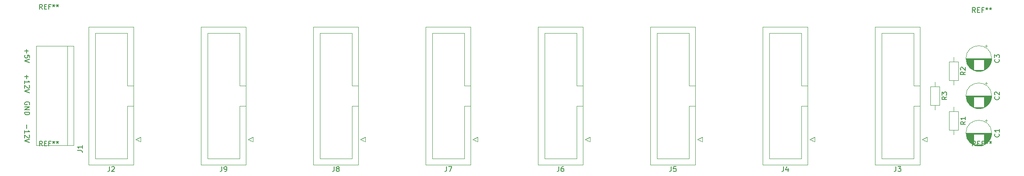
<source format=gbr>
%TF.GenerationSoftware,KiCad,Pcbnew,(5.1.10)-1*%
%TF.CreationDate,2021-11-14T10:27:28-05:00*%
%TF.ProjectId,Distribution Board,44697374-7269-4627-9574-696f6e20426f,rev?*%
%TF.SameCoordinates,Original*%
%TF.FileFunction,Legend,Top*%
%TF.FilePolarity,Positive*%
%FSLAX46Y46*%
G04 Gerber Fmt 4.6, Leading zero omitted, Abs format (unit mm)*
G04 Created by KiCad (PCBNEW (5.1.10)-1) date 2021-11-14 10:27:28*
%MOMM*%
%LPD*%
G01*
G04 APERTURE LIST*
%ADD10C,0.150000*%
%ADD11C,0.120000*%
G04 APERTURE END LIST*
D10*
X51363571Y-73168095D02*
X51363571Y-73930000D01*
X50982619Y-74930000D02*
X50982619Y-74358571D01*
X50982619Y-74644285D02*
X51982619Y-74644285D01*
X51839761Y-74549047D01*
X51744523Y-74453809D01*
X51696904Y-74358571D01*
X51887380Y-75310952D02*
X51935000Y-75358571D01*
X51982619Y-75453809D01*
X51982619Y-75691904D01*
X51935000Y-75787142D01*
X51887380Y-75834761D01*
X51792142Y-75882380D01*
X51696904Y-75882380D01*
X51554047Y-75834761D01*
X50982619Y-75263333D01*
X50982619Y-75882380D01*
X51982619Y-76168095D02*
X50982619Y-76501428D01*
X51982619Y-76834761D01*
X51935000Y-69088095D02*
X51982619Y-68992857D01*
X51982619Y-68850000D01*
X51935000Y-68707142D01*
X51839761Y-68611904D01*
X51744523Y-68564285D01*
X51554047Y-68516666D01*
X51411190Y-68516666D01*
X51220714Y-68564285D01*
X51125476Y-68611904D01*
X51030238Y-68707142D01*
X50982619Y-68850000D01*
X50982619Y-68945238D01*
X51030238Y-69088095D01*
X51077857Y-69135714D01*
X51411190Y-69135714D01*
X51411190Y-68945238D01*
X50982619Y-69564285D02*
X51982619Y-69564285D01*
X50982619Y-70135714D01*
X51982619Y-70135714D01*
X50982619Y-70611904D02*
X51982619Y-70611904D01*
X51982619Y-70850000D01*
X51935000Y-70992857D01*
X51839761Y-71088095D01*
X51744523Y-71135714D01*
X51554047Y-71183333D01*
X51411190Y-71183333D01*
X51220714Y-71135714D01*
X51125476Y-71088095D01*
X51030238Y-70992857D01*
X50982619Y-70850000D01*
X50982619Y-70611904D01*
X51363571Y-63008095D02*
X51363571Y-63770000D01*
X50982619Y-63389047D02*
X51744523Y-63389047D01*
X50982619Y-64770000D02*
X50982619Y-64198571D01*
X50982619Y-64484285D02*
X51982619Y-64484285D01*
X51839761Y-64389047D01*
X51744523Y-64293809D01*
X51696904Y-64198571D01*
X51887380Y-65150952D02*
X51935000Y-65198571D01*
X51982619Y-65293809D01*
X51982619Y-65531904D01*
X51935000Y-65627142D01*
X51887380Y-65674761D01*
X51792142Y-65722380D01*
X51696904Y-65722380D01*
X51554047Y-65674761D01*
X50982619Y-65103333D01*
X50982619Y-65722380D01*
X51982619Y-66008095D02*
X50982619Y-66341428D01*
X51982619Y-66674761D01*
X51363571Y-57769285D02*
X51363571Y-58531190D01*
X50982619Y-58150238D02*
X51744523Y-58150238D01*
X51982619Y-59483571D02*
X51982619Y-59007380D01*
X51506428Y-58959761D01*
X51554047Y-59007380D01*
X51601666Y-59102619D01*
X51601666Y-59340714D01*
X51554047Y-59435952D01*
X51506428Y-59483571D01*
X51411190Y-59531190D01*
X51173095Y-59531190D01*
X51077857Y-59483571D01*
X51030238Y-59435952D01*
X50982619Y-59340714D01*
X50982619Y-59102619D01*
X51030238Y-59007380D01*
X51077857Y-58959761D01*
X51982619Y-59816904D02*
X50982619Y-60150238D01*
X51982619Y-60483571D01*
D11*
%TO.C,C1*%
X246835000Y-72355225D02*
X246335000Y-72355225D01*
X246585000Y-72105225D02*
X246585000Y-72605225D01*
X245394000Y-77511000D02*
X244826000Y-77511000D01*
X245628000Y-77471000D02*
X244592000Y-77471000D01*
X245787000Y-77431000D02*
X244433000Y-77431000D01*
X245915000Y-77391000D02*
X244305000Y-77391000D01*
X246025000Y-77351000D02*
X244195000Y-77351000D01*
X246121000Y-77311000D02*
X244099000Y-77311000D01*
X246208000Y-77271000D02*
X244012000Y-77271000D01*
X246288000Y-77231000D02*
X243932000Y-77231000D01*
X244070000Y-77191000D02*
X243859000Y-77191000D01*
X246361000Y-77191000D02*
X246150000Y-77191000D01*
X244070000Y-77151000D02*
X243791000Y-77151000D01*
X246429000Y-77151000D02*
X246150000Y-77151000D01*
X244070000Y-77111000D02*
X243727000Y-77111000D01*
X246493000Y-77111000D02*
X246150000Y-77111000D01*
X244070000Y-77071000D02*
X243667000Y-77071000D01*
X246553000Y-77071000D02*
X246150000Y-77071000D01*
X244070000Y-77031000D02*
X243610000Y-77031000D01*
X246610000Y-77031000D02*
X246150000Y-77031000D01*
X244070000Y-76991000D02*
X243556000Y-76991000D01*
X246664000Y-76991000D02*
X246150000Y-76991000D01*
X244070000Y-76951000D02*
X243505000Y-76951000D01*
X246715000Y-76951000D02*
X246150000Y-76951000D01*
X244070000Y-76911000D02*
X243457000Y-76911000D01*
X246763000Y-76911000D02*
X246150000Y-76911000D01*
X244070000Y-76871000D02*
X243411000Y-76871000D01*
X246809000Y-76871000D02*
X246150000Y-76871000D01*
X244070000Y-76831000D02*
X243367000Y-76831000D01*
X246853000Y-76831000D02*
X246150000Y-76831000D01*
X244070000Y-76791000D02*
X243325000Y-76791000D01*
X246895000Y-76791000D02*
X246150000Y-76791000D01*
X244070000Y-76751000D02*
X243284000Y-76751000D01*
X246936000Y-76751000D02*
X246150000Y-76751000D01*
X244070000Y-76711000D02*
X243246000Y-76711000D01*
X246974000Y-76711000D02*
X246150000Y-76711000D01*
X244070000Y-76671000D02*
X243209000Y-76671000D01*
X247011000Y-76671000D02*
X246150000Y-76671000D01*
X244070000Y-76631000D02*
X243173000Y-76631000D01*
X247047000Y-76631000D02*
X246150000Y-76631000D01*
X244070000Y-76591000D02*
X243139000Y-76591000D01*
X247081000Y-76591000D02*
X246150000Y-76591000D01*
X244070000Y-76551000D02*
X243106000Y-76551000D01*
X247114000Y-76551000D02*
X246150000Y-76551000D01*
X244070000Y-76511000D02*
X243075000Y-76511000D01*
X247145000Y-76511000D02*
X246150000Y-76511000D01*
X244070000Y-76471000D02*
X243045000Y-76471000D01*
X247175000Y-76471000D02*
X246150000Y-76471000D01*
X244070000Y-76431000D02*
X243015000Y-76431000D01*
X247205000Y-76431000D02*
X246150000Y-76431000D01*
X244070000Y-76391000D02*
X242988000Y-76391000D01*
X247232000Y-76391000D02*
X246150000Y-76391000D01*
X244070000Y-76351000D02*
X242961000Y-76351000D01*
X247259000Y-76351000D02*
X246150000Y-76351000D01*
X244070000Y-76311000D02*
X242935000Y-76311000D01*
X247285000Y-76311000D02*
X246150000Y-76311000D01*
X244070000Y-76271000D02*
X242910000Y-76271000D01*
X247310000Y-76271000D02*
X246150000Y-76271000D01*
X244070000Y-76231000D02*
X242886000Y-76231000D01*
X247334000Y-76231000D02*
X246150000Y-76231000D01*
X244070000Y-76191000D02*
X242863000Y-76191000D01*
X247357000Y-76191000D02*
X246150000Y-76191000D01*
X244070000Y-76151000D02*
X242842000Y-76151000D01*
X247378000Y-76151000D02*
X246150000Y-76151000D01*
X244070000Y-76111000D02*
X242820000Y-76111000D01*
X247400000Y-76111000D02*
X246150000Y-76111000D01*
X244070000Y-76071000D02*
X242800000Y-76071000D01*
X247420000Y-76071000D02*
X246150000Y-76071000D01*
X244070000Y-76031000D02*
X242781000Y-76031000D01*
X247439000Y-76031000D02*
X246150000Y-76031000D01*
X244070000Y-75991000D02*
X242762000Y-75991000D01*
X247458000Y-75991000D02*
X246150000Y-75991000D01*
X244070000Y-75951000D02*
X242745000Y-75951000D01*
X247475000Y-75951000D02*
X246150000Y-75951000D01*
X244070000Y-75911000D02*
X242728000Y-75911000D01*
X247492000Y-75911000D02*
X246150000Y-75911000D01*
X244070000Y-75871000D02*
X242712000Y-75871000D01*
X247508000Y-75871000D02*
X246150000Y-75871000D01*
X244070000Y-75831000D02*
X242696000Y-75831000D01*
X247524000Y-75831000D02*
X246150000Y-75831000D01*
X244070000Y-75791000D02*
X242682000Y-75791000D01*
X247538000Y-75791000D02*
X246150000Y-75791000D01*
X244070000Y-75751000D02*
X242668000Y-75751000D01*
X247552000Y-75751000D02*
X246150000Y-75751000D01*
X244070000Y-75711000D02*
X242655000Y-75711000D01*
X247565000Y-75711000D02*
X246150000Y-75711000D01*
X244070000Y-75671000D02*
X242642000Y-75671000D01*
X247578000Y-75671000D02*
X246150000Y-75671000D01*
X244070000Y-75631000D02*
X242630000Y-75631000D01*
X247590000Y-75631000D02*
X246150000Y-75631000D01*
X244070000Y-75590000D02*
X242619000Y-75590000D01*
X247601000Y-75590000D02*
X246150000Y-75590000D01*
X244070000Y-75550000D02*
X242609000Y-75550000D01*
X247611000Y-75550000D02*
X246150000Y-75550000D01*
X244070000Y-75510000D02*
X242599000Y-75510000D01*
X247621000Y-75510000D02*
X246150000Y-75510000D01*
X244070000Y-75470000D02*
X242590000Y-75470000D01*
X247630000Y-75470000D02*
X246150000Y-75470000D01*
X244070000Y-75430000D02*
X242582000Y-75430000D01*
X247638000Y-75430000D02*
X246150000Y-75430000D01*
X244070000Y-75390000D02*
X242574000Y-75390000D01*
X247646000Y-75390000D02*
X246150000Y-75390000D01*
X244070000Y-75350000D02*
X242567000Y-75350000D01*
X247653000Y-75350000D02*
X246150000Y-75350000D01*
X244070000Y-75310000D02*
X242560000Y-75310000D01*
X247660000Y-75310000D02*
X246150000Y-75310000D01*
X244070000Y-75270000D02*
X242554000Y-75270000D01*
X247666000Y-75270000D02*
X246150000Y-75270000D01*
X244070000Y-75230000D02*
X242549000Y-75230000D01*
X247671000Y-75230000D02*
X246150000Y-75230000D01*
X244070000Y-75190000D02*
X242545000Y-75190000D01*
X247675000Y-75190000D02*
X246150000Y-75190000D01*
X244070000Y-75150000D02*
X242541000Y-75150000D01*
X247679000Y-75150000D02*
X246150000Y-75150000D01*
X247683000Y-75110000D02*
X242537000Y-75110000D01*
X247686000Y-75070000D02*
X242534000Y-75070000D01*
X247688000Y-75030000D02*
X242532000Y-75030000D01*
X247689000Y-74990000D02*
X242531000Y-74990000D01*
X247690000Y-74950000D02*
X242530000Y-74950000D01*
X247690000Y-74910000D02*
X242530000Y-74910000D01*
X247730000Y-74910000D02*
G75*
G03*
X247730000Y-74910000I-2620000J0D01*
G01*
%TO.C,C2*%
X246835000Y-64735225D02*
X246335000Y-64735225D01*
X246585000Y-64485225D02*
X246585000Y-64985225D01*
X245394000Y-69891000D02*
X244826000Y-69891000D01*
X245628000Y-69851000D02*
X244592000Y-69851000D01*
X245787000Y-69811000D02*
X244433000Y-69811000D01*
X245915000Y-69771000D02*
X244305000Y-69771000D01*
X246025000Y-69731000D02*
X244195000Y-69731000D01*
X246121000Y-69691000D02*
X244099000Y-69691000D01*
X246208000Y-69651000D02*
X244012000Y-69651000D01*
X246288000Y-69611000D02*
X243932000Y-69611000D01*
X244070000Y-69571000D02*
X243859000Y-69571000D01*
X246361000Y-69571000D02*
X246150000Y-69571000D01*
X244070000Y-69531000D02*
X243791000Y-69531000D01*
X246429000Y-69531000D02*
X246150000Y-69531000D01*
X244070000Y-69491000D02*
X243727000Y-69491000D01*
X246493000Y-69491000D02*
X246150000Y-69491000D01*
X244070000Y-69451000D02*
X243667000Y-69451000D01*
X246553000Y-69451000D02*
X246150000Y-69451000D01*
X244070000Y-69411000D02*
X243610000Y-69411000D01*
X246610000Y-69411000D02*
X246150000Y-69411000D01*
X244070000Y-69371000D02*
X243556000Y-69371000D01*
X246664000Y-69371000D02*
X246150000Y-69371000D01*
X244070000Y-69331000D02*
X243505000Y-69331000D01*
X246715000Y-69331000D02*
X246150000Y-69331000D01*
X244070000Y-69291000D02*
X243457000Y-69291000D01*
X246763000Y-69291000D02*
X246150000Y-69291000D01*
X244070000Y-69251000D02*
X243411000Y-69251000D01*
X246809000Y-69251000D02*
X246150000Y-69251000D01*
X244070000Y-69211000D02*
X243367000Y-69211000D01*
X246853000Y-69211000D02*
X246150000Y-69211000D01*
X244070000Y-69171000D02*
X243325000Y-69171000D01*
X246895000Y-69171000D02*
X246150000Y-69171000D01*
X244070000Y-69131000D02*
X243284000Y-69131000D01*
X246936000Y-69131000D02*
X246150000Y-69131000D01*
X244070000Y-69091000D02*
X243246000Y-69091000D01*
X246974000Y-69091000D02*
X246150000Y-69091000D01*
X244070000Y-69051000D02*
X243209000Y-69051000D01*
X247011000Y-69051000D02*
X246150000Y-69051000D01*
X244070000Y-69011000D02*
X243173000Y-69011000D01*
X247047000Y-69011000D02*
X246150000Y-69011000D01*
X244070000Y-68971000D02*
X243139000Y-68971000D01*
X247081000Y-68971000D02*
X246150000Y-68971000D01*
X244070000Y-68931000D02*
X243106000Y-68931000D01*
X247114000Y-68931000D02*
X246150000Y-68931000D01*
X244070000Y-68891000D02*
X243075000Y-68891000D01*
X247145000Y-68891000D02*
X246150000Y-68891000D01*
X244070000Y-68851000D02*
X243045000Y-68851000D01*
X247175000Y-68851000D02*
X246150000Y-68851000D01*
X244070000Y-68811000D02*
X243015000Y-68811000D01*
X247205000Y-68811000D02*
X246150000Y-68811000D01*
X244070000Y-68771000D02*
X242988000Y-68771000D01*
X247232000Y-68771000D02*
X246150000Y-68771000D01*
X244070000Y-68731000D02*
X242961000Y-68731000D01*
X247259000Y-68731000D02*
X246150000Y-68731000D01*
X244070000Y-68691000D02*
X242935000Y-68691000D01*
X247285000Y-68691000D02*
X246150000Y-68691000D01*
X244070000Y-68651000D02*
X242910000Y-68651000D01*
X247310000Y-68651000D02*
X246150000Y-68651000D01*
X244070000Y-68611000D02*
X242886000Y-68611000D01*
X247334000Y-68611000D02*
X246150000Y-68611000D01*
X244070000Y-68571000D02*
X242863000Y-68571000D01*
X247357000Y-68571000D02*
X246150000Y-68571000D01*
X244070000Y-68531000D02*
X242842000Y-68531000D01*
X247378000Y-68531000D02*
X246150000Y-68531000D01*
X244070000Y-68491000D02*
X242820000Y-68491000D01*
X247400000Y-68491000D02*
X246150000Y-68491000D01*
X244070000Y-68451000D02*
X242800000Y-68451000D01*
X247420000Y-68451000D02*
X246150000Y-68451000D01*
X244070000Y-68411000D02*
X242781000Y-68411000D01*
X247439000Y-68411000D02*
X246150000Y-68411000D01*
X244070000Y-68371000D02*
X242762000Y-68371000D01*
X247458000Y-68371000D02*
X246150000Y-68371000D01*
X244070000Y-68331000D02*
X242745000Y-68331000D01*
X247475000Y-68331000D02*
X246150000Y-68331000D01*
X244070000Y-68291000D02*
X242728000Y-68291000D01*
X247492000Y-68291000D02*
X246150000Y-68291000D01*
X244070000Y-68251000D02*
X242712000Y-68251000D01*
X247508000Y-68251000D02*
X246150000Y-68251000D01*
X244070000Y-68211000D02*
X242696000Y-68211000D01*
X247524000Y-68211000D02*
X246150000Y-68211000D01*
X244070000Y-68171000D02*
X242682000Y-68171000D01*
X247538000Y-68171000D02*
X246150000Y-68171000D01*
X244070000Y-68131000D02*
X242668000Y-68131000D01*
X247552000Y-68131000D02*
X246150000Y-68131000D01*
X244070000Y-68091000D02*
X242655000Y-68091000D01*
X247565000Y-68091000D02*
X246150000Y-68091000D01*
X244070000Y-68051000D02*
X242642000Y-68051000D01*
X247578000Y-68051000D02*
X246150000Y-68051000D01*
X244070000Y-68011000D02*
X242630000Y-68011000D01*
X247590000Y-68011000D02*
X246150000Y-68011000D01*
X244070000Y-67970000D02*
X242619000Y-67970000D01*
X247601000Y-67970000D02*
X246150000Y-67970000D01*
X244070000Y-67930000D02*
X242609000Y-67930000D01*
X247611000Y-67930000D02*
X246150000Y-67930000D01*
X244070000Y-67890000D02*
X242599000Y-67890000D01*
X247621000Y-67890000D02*
X246150000Y-67890000D01*
X244070000Y-67850000D02*
X242590000Y-67850000D01*
X247630000Y-67850000D02*
X246150000Y-67850000D01*
X244070000Y-67810000D02*
X242582000Y-67810000D01*
X247638000Y-67810000D02*
X246150000Y-67810000D01*
X244070000Y-67770000D02*
X242574000Y-67770000D01*
X247646000Y-67770000D02*
X246150000Y-67770000D01*
X244070000Y-67730000D02*
X242567000Y-67730000D01*
X247653000Y-67730000D02*
X246150000Y-67730000D01*
X244070000Y-67690000D02*
X242560000Y-67690000D01*
X247660000Y-67690000D02*
X246150000Y-67690000D01*
X244070000Y-67650000D02*
X242554000Y-67650000D01*
X247666000Y-67650000D02*
X246150000Y-67650000D01*
X244070000Y-67610000D02*
X242549000Y-67610000D01*
X247671000Y-67610000D02*
X246150000Y-67610000D01*
X244070000Y-67570000D02*
X242545000Y-67570000D01*
X247675000Y-67570000D02*
X246150000Y-67570000D01*
X244070000Y-67530000D02*
X242541000Y-67530000D01*
X247679000Y-67530000D02*
X246150000Y-67530000D01*
X247683000Y-67490000D02*
X242537000Y-67490000D01*
X247686000Y-67450000D02*
X242534000Y-67450000D01*
X247688000Y-67410000D02*
X242532000Y-67410000D01*
X247689000Y-67370000D02*
X242531000Y-67370000D01*
X247690000Y-67330000D02*
X242530000Y-67330000D01*
X247690000Y-67290000D02*
X242530000Y-67290000D01*
X247730000Y-67290000D02*
G75*
G03*
X247730000Y-67290000I-2620000J0D01*
G01*
%TO.C,C3*%
X247730000Y-59670000D02*
G75*
G03*
X247730000Y-59670000I-2620000J0D01*
G01*
X247690000Y-59670000D02*
X242530000Y-59670000D01*
X247690000Y-59710000D02*
X242530000Y-59710000D01*
X247689000Y-59750000D02*
X242531000Y-59750000D01*
X247688000Y-59790000D02*
X242532000Y-59790000D01*
X247686000Y-59830000D02*
X242534000Y-59830000D01*
X247683000Y-59870000D02*
X242537000Y-59870000D01*
X247679000Y-59910000D02*
X246150000Y-59910000D01*
X244070000Y-59910000D02*
X242541000Y-59910000D01*
X247675000Y-59950000D02*
X246150000Y-59950000D01*
X244070000Y-59950000D02*
X242545000Y-59950000D01*
X247671000Y-59990000D02*
X246150000Y-59990000D01*
X244070000Y-59990000D02*
X242549000Y-59990000D01*
X247666000Y-60030000D02*
X246150000Y-60030000D01*
X244070000Y-60030000D02*
X242554000Y-60030000D01*
X247660000Y-60070000D02*
X246150000Y-60070000D01*
X244070000Y-60070000D02*
X242560000Y-60070000D01*
X247653000Y-60110000D02*
X246150000Y-60110000D01*
X244070000Y-60110000D02*
X242567000Y-60110000D01*
X247646000Y-60150000D02*
X246150000Y-60150000D01*
X244070000Y-60150000D02*
X242574000Y-60150000D01*
X247638000Y-60190000D02*
X246150000Y-60190000D01*
X244070000Y-60190000D02*
X242582000Y-60190000D01*
X247630000Y-60230000D02*
X246150000Y-60230000D01*
X244070000Y-60230000D02*
X242590000Y-60230000D01*
X247621000Y-60270000D02*
X246150000Y-60270000D01*
X244070000Y-60270000D02*
X242599000Y-60270000D01*
X247611000Y-60310000D02*
X246150000Y-60310000D01*
X244070000Y-60310000D02*
X242609000Y-60310000D01*
X247601000Y-60350000D02*
X246150000Y-60350000D01*
X244070000Y-60350000D02*
X242619000Y-60350000D01*
X247590000Y-60391000D02*
X246150000Y-60391000D01*
X244070000Y-60391000D02*
X242630000Y-60391000D01*
X247578000Y-60431000D02*
X246150000Y-60431000D01*
X244070000Y-60431000D02*
X242642000Y-60431000D01*
X247565000Y-60471000D02*
X246150000Y-60471000D01*
X244070000Y-60471000D02*
X242655000Y-60471000D01*
X247552000Y-60511000D02*
X246150000Y-60511000D01*
X244070000Y-60511000D02*
X242668000Y-60511000D01*
X247538000Y-60551000D02*
X246150000Y-60551000D01*
X244070000Y-60551000D02*
X242682000Y-60551000D01*
X247524000Y-60591000D02*
X246150000Y-60591000D01*
X244070000Y-60591000D02*
X242696000Y-60591000D01*
X247508000Y-60631000D02*
X246150000Y-60631000D01*
X244070000Y-60631000D02*
X242712000Y-60631000D01*
X247492000Y-60671000D02*
X246150000Y-60671000D01*
X244070000Y-60671000D02*
X242728000Y-60671000D01*
X247475000Y-60711000D02*
X246150000Y-60711000D01*
X244070000Y-60711000D02*
X242745000Y-60711000D01*
X247458000Y-60751000D02*
X246150000Y-60751000D01*
X244070000Y-60751000D02*
X242762000Y-60751000D01*
X247439000Y-60791000D02*
X246150000Y-60791000D01*
X244070000Y-60791000D02*
X242781000Y-60791000D01*
X247420000Y-60831000D02*
X246150000Y-60831000D01*
X244070000Y-60831000D02*
X242800000Y-60831000D01*
X247400000Y-60871000D02*
X246150000Y-60871000D01*
X244070000Y-60871000D02*
X242820000Y-60871000D01*
X247378000Y-60911000D02*
X246150000Y-60911000D01*
X244070000Y-60911000D02*
X242842000Y-60911000D01*
X247357000Y-60951000D02*
X246150000Y-60951000D01*
X244070000Y-60951000D02*
X242863000Y-60951000D01*
X247334000Y-60991000D02*
X246150000Y-60991000D01*
X244070000Y-60991000D02*
X242886000Y-60991000D01*
X247310000Y-61031000D02*
X246150000Y-61031000D01*
X244070000Y-61031000D02*
X242910000Y-61031000D01*
X247285000Y-61071000D02*
X246150000Y-61071000D01*
X244070000Y-61071000D02*
X242935000Y-61071000D01*
X247259000Y-61111000D02*
X246150000Y-61111000D01*
X244070000Y-61111000D02*
X242961000Y-61111000D01*
X247232000Y-61151000D02*
X246150000Y-61151000D01*
X244070000Y-61151000D02*
X242988000Y-61151000D01*
X247205000Y-61191000D02*
X246150000Y-61191000D01*
X244070000Y-61191000D02*
X243015000Y-61191000D01*
X247175000Y-61231000D02*
X246150000Y-61231000D01*
X244070000Y-61231000D02*
X243045000Y-61231000D01*
X247145000Y-61271000D02*
X246150000Y-61271000D01*
X244070000Y-61271000D02*
X243075000Y-61271000D01*
X247114000Y-61311000D02*
X246150000Y-61311000D01*
X244070000Y-61311000D02*
X243106000Y-61311000D01*
X247081000Y-61351000D02*
X246150000Y-61351000D01*
X244070000Y-61351000D02*
X243139000Y-61351000D01*
X247047000Y-61391000D02*
X246150000Y-61391000D01*
X244070000Y-61391000D02*
X243173000Y-61391000D01*
X247011000Y-61431000D02*
X246150000Y-61431000D01*
X244070000Y-61431000D02*
X243209000Y-61431000D01*
X246974000Y-61471000D02*
X246150000Y-61471000D01*
X244070000Y-61471000D02*
X243246000Y-61471000D01*
X246936000Y-61511000D02*
X246150000Y-61511000D01*
X244070000Y-61511000D02*
X243284000Y-61511000D01*
X246895000Y-61551000D02*
X246150000Y-61551000D01*
X244070000Y-61551000D02*
X243325000Y-61551000D01*
X246853000Y-61591000D02*
X246150000Y-61591000D01*
X244070000Y-61591000D02*
X243367000Y-61591000D01*
X246809000Y-61631000D02*
X246150000Y-61631000D01*
X244070000Y-61631000D02*
X243411000Y-61631000D01*
X246763000Y-61671000D02*
X246150000Y-61671000D01*
X244070000Y-61671000D02*
X243457000Y-61671000D01*
X246715000Y-61711000D02*
X246150000Y-61711000D01*
X244070000Y-61711000D02*
X243505000Y-61711000D01*
X246664000Y-61751000D02*
X246150000Y-61751000D01*
X244070000Y-61751000D02*
X243556000Y-61751000D01*
X246610000Y-61791000D02*
X246150000Y-61791000D01*
X244070000Y-61791000D02*
X243610000Y-61791000D01*
X246553000Y-61831000D02*
X246150000Y-61831000D01*
X244070000Y-61831000D02*
X243667000Y-61831000D01*
X246493000Y-61871000D02*
X246150000Y-61871000D01*
X244070000Y-61871000D02*
X243727000Y-61871000D01*
X246429000Y-61911000D02*
X246150000Y-61911000D01*
X244070000Y-61911000D02*
X243791000Y-61911000D01*
X246361000Y-61951000D02*
X246150000Y-61951000D01*
X244070000Y-61951000D02*
X243859000Y-61951000D01*
X246288000Y-61991000D02*
X243932000Y-61991000D01*
X246208000Y-62031000D02*
X244012000Y-62031000D01*
X246121000Y-62071000D02*
X244099000Y-62071000D01*
X246025000Y-62111000D02*
X244195000Y-62111000D01*
X245915000Y-62151000D02*
X244305000Y-62151000D01*
X245787000Y-62191000D02*
X244433000Y-62191000D01*
X245628000Y-62231000D02*
X244592000Y-62231000D01*
X245394000Y-62271000D02*
X244826000Y-62271000D01*
X246585000Y-56865225D02*
X246585000Y-57365225D01*
X246835000Y-57115225D02*
X246335000Y-57115225D01*
%TO.C,J1*%
X60960000Y-77429360D02*
X60960000Y-57109360D01*
X53340000Y-77429360D02*
X53340000Y-57109360D01*
X59690000Y-57109360D02*
X59690000Y-77429360D01*
X60960000Y-57109360D02*
X53340000Y-57109360D01*
X53340000Y-77429360D02*
X60960000Y-77429360D01*
%TO.C,J2*%
X74530000Y-75700000D02*
X73530000Y-76200000D01*
X74530000Y-76700000D02*
X74530000Y-75700000D01*
X73530000Y-76200000D02*
X74530000Y-76700000D01*
X71830000Y-65260000D02*
X73140000Y-65260000D01*
X71830000Y-65260000D02*
X71830000Y-65260000D01*
X71830000Y-54510000D02*
X71830000Y-65260000D01*
X65330000Y-54510000D02*
X71830000Y-54510000D01*
X65330000Y-80110000D02*
X65330000Y-54510000D01*
X71830000Y-80110000D02*
X65330000Y-80110000D01*
X71830000Y-69360000D02*
X71830000Y-80110000D01*
X73140000Y-69360000D02*
X71830000Y-69360000D01*
X73140000Y-53210000D02*
X73140000Y-81410000D01*
X64020000Y-53210000D02*
X73140000Y-53210000D01*
X64020000Y-81410000D02*
X64020000Y-53210000D01*
X73140000Y-81410000D02*
X64020000Y-81410000D01*
%TO.C,J3*%
X233160000Y-81410000D02*
X224040000Y-81410000D01*
X224040000Y-81410000D02*
X224040000Y-53210000D01*
X224040000Y-53210000D02*
X233160000Y-53210000D01*
X233160000Y-53210000D02*
X233160000Y-81410000D01*
X233160000Y-69360000D02*
X231850000Y-69360000D01*
X231850000Y-69360000D02*
X231850000Y-80110000D01*
X231850000Y-80110000D02*
X225350000Y-80110000D01*
X225350000Y-80110000D02*
X225350000Y-54510000D01*
X225350000Y-54510000D02*
X231850000Y-54510000D01*
X231850000Y-54510000D02*
X231850000Y-65260000D01*
X231850000Y-65260000D02*
X231850000Y-65260000D01*
X231850000Y-65260000D02*
X233160000Y-65260000D01*
X233550000Y-76200000D02*
X234550000Y-76700000D01*
X234550000Y-76700000D02*
X234550000Y-75700000D01*
X234550000Y-75700000D02*
X233550000Y-76200000D01*
%TO.C,J4*%
X211690000Y-75700000D02*
X210690000Y-76200000D01*
X211690000Y-76700000D02*
X211690000Y-75700000D01*
X210690000Y-76200000D02*
X211690000Y-76700000D01*
X208990000Y-65260000D02*
X210300000Y-65260000D01*
X208990000Y-65260000D02*
X208990000Y-65260000D01*
X208990000Y-54510000D02*
X208990000Y-65260000D01*
X202490000Y-54510000D02*
X208990000Y-54510000D01*
X202490000Y-80110000D02*
X202490000Y-54510000D01*
X208990000Y-80110000D02*
X202490000Y-80110000D01*
X208990000Y-69360000D02*
X208990000Y-80110000D01*
X210300000Y-69360000D02*
X208990000Y-69360000D01*
X210300000Y-53210000D02*
X210300000Y-81410000D01*
X201180000Y-53210000D02*
X210300000Y-53210000D01*
X201180000Y-81410000D02*
X201180000Y-53210000D01*
X210300000Y-81410000D02*
X201180000Y-81410000D01*
%TO.C,J5*%
X187440000Y-81410000D02*
X178320000Y-81410000D01*
X178320000Y-81410000D02*
X178320000Y-53210000D01*
X178320000Y-53210000D02*
X187440000Y-53210000D01*
X187440000Y-53210000D02*
X187440000Y-81410000D01*
X187440000Y-69360000D02*
X186130000Y-69360000D01*
X186130000Y-69360000D02*
X186130000Y-80110000D01*
X186130000Y-80110000D02*
X179630000Y-80110000D01*
X179630000Y-80110000D02*
X179630000Y-54510000D01*
X179630000Y-54510000D02*
X186130000Y-54510000D01*
X186130000Y-54510000D02*
X186130000Y-65260000D01*
X186130000Y-65260000D02*
X186130000Y-65260000D01*
X186130000Y-65260000D02*
X187440000Y-65260000D01*
X187830000Y-76200000D02*
X188830000Y-76700000D01*
X188830000Y-76700000D02*
X188830000Y-75700000D01*
X188830000Y-75700000D02*
X187830000Y-76200000D01*
%TO.C,J6*%
X165970000Y-75700000D02*
X164970000Y-76200000D01*
X165970000Y-76700000D02*
X165970000Y-75700000D01*
X164970000Y-76200000D02*
X165970000Y-76700000D01*
X163270000Y-65260000D02*
X164580000Y-65260000D01*
X163270000Y-65260000D02*
X163270000Y-65260000D01*
X163270000Y-54510000D02*
X163270000Y-65260000D01*
X156770000Y-54510000D02*
X163270000Y-54510000D01*
X156770000Y-80110000D02*
X156770000Y-54510000D01*
X163270000Y-80110000D02*
X156770000Y-80110000D01*
X163270000Y-69360000D02*
X163270000Y-80110000D01*
X164580000Y-69360000D02*
X163270000Y-69360000D01*
X164580000Y-53210000D02*
X164580000Y-81410000D01*
X155460000Y-53210000D02*
X164580000Y-53210000D01*
X155460000Y-81410000D02*
X155460000Y-53210000D01*
X164580000Y-81410000D02*
X155460000Y-81410000D01*
%TO.C,J7*%
X141720000Y-81410000D02*
X132600000Y-81410000D01*
X132600000Y-81410000D02*
X132600000Y-53210000D01*
X132600000Y-53210000D02*
X141720000Y-53210000D01*
X141720000Y-53210000D02*
X141720000Y-81410000D01*
X141720000Y-69360000D02*
X140410000Y-69360000D01*
X140410000Y-69360000D02*
X140410000Y-80110000D01*
X140410000Y-80110000D02*
X133910000Y-80110000D01*
X133910000Y-80110000D02*
X133910000Y-54510000D01*
X133910000Y-54510000D02*
X140410000Y-54510000D01*
X140410000Y-54510000D02*
X140410000Y-65260000D01*
X140410000Y-65260000D02*
X140410000Y-65260000D01*
X140410000Y-65260000D02*
X141720000Y-65260000D01*
X142110000Y-76200000D02*
X143110000Y-76700000D01*
X143110000Y-76700000D02*
X143110000Y-75700000D01*
X143110000Y-75700000D02*
X142110000Y-76200000D01*
%TO.C,J8*%
X120250000Y-75700000D02*
X119250000Y-76200000D01*
X120250000Y-76700000D02*
X120250000Y-75700000D01*
X119250000Y-76200000D02*
X120250000Y-76700000D01*
X117550000Y-65260000D02*
X118860000Y-65260000D01*
X117550000Y-65260000D02*
X117550000Y-65260000D01*
X117550000Y-54510000D02*
X117550000Y-65260000D01*
X111050000Y-54510000D02*
X117550000Y-54510000D01*
X111050000Y-80110000D02*
X111050000Y-54510000D01*
X117550000Y-80110000D02*
X111050000Y-80110000D01*
X117550000Y-69360000D02*
X117550000Y-80110000D01*
X118860000Y-69360000D02*
X117550000Y-69360000D01*
X118860000Y-53210000D02*
X118860000Y-81410000D01*
X109740000Y-53210000D02*
X118860000Y-53210000D01*
X109740000Y-81410000D02*
X109740000Y-53210000D01*
X118860000Y-81410000D02*
X109740000Y-81410000D01*
%TO.C,J9*%
X96000000Y-81410000D02*
X86880000Y-81410000D01*
X86880000Y-81410000D02*
X86880000Y-53210000D01*
X86880000Y-53210000D02*
X96000000Y-53210000D01*
X96000000Y-53210000D02*
X96000000Y-81410000D01*
X96000000Y-69360000D02*
X94690000Y-69360000D01*
X94690000Y-69360000D02*
X94690000Y-80110000D01*
X94690000Y-80110000D02*
X88190000Y-80110000D01*
X88190000Y-80110000D02*
X88190000Y-54510000D01*
X88190000Y-54510000D02*
X94690000Y-54510000D01*
X94690000Y-54510000D02*
X94690000Y-65260000D01*
X94690000Y-65260000D02*
X94690000Y-65260000D01*
X94690000Y-65260000D02*
X96000000Y-65260000D01*
X96390000Y-76200000D02*
X97390000Y-76700000D01*
X97390000Y-76700000D02*
X97390000Y-75700000D01*
X97390000Y-75700000D02*
X96390000Y-76200000D01*
%TO.C,R1*%
X240030000Y-75260000D02*
X240030000Y-74310000D01*
X240030000Y-69520000D02*
X240030000Y-70470000D01*
X240950000Y-74310000D02*
X240950000Y-70470000D01*
X239110000Y-74310000D02*
X240950000Y-74310000D01*
X239110000Y-70470000D02*
X239110000Y-74310000D01*
X240950000Y-70470000D02*
X239110000Y-70470000D01*
%TO.C,R2*%
X240030000Y-59360000D02*
X240030000Y-60310000D01*
X240030000Y-65100000D02*
X240030000Y-64150000D01*
X239110000Y-60310000D02*
X239110000Y-64150000D01*
X240950000Y-60310000D02*
X239110000Y-60310000D01*
X240950000Y-64150000D02*
X240950000Y-60310000D01*
X239110000Y-64150000D02*
X240950000Y-64150000D01*
%TO.C,R3*%
X237140000Y-65390000D02*
X235300000Y-65390000D01*
X235300000Y-65390000D02*
X235300000Y-69230000D01*
X235300000Y-69230000D02*
X237140000Y-69230000D01*
X237140000Y-69230000D02*
X237140000Y-65390000D01*
X236220000Y-64440000D02*
X236220000Y-65390000D01*
X236220000Y-70180000D02*
X236220000Y-69230000D01*
%TO.C,REF\u002A\u002A*%
D10*
X244411666Y-77532380D02*
X244078333Y-77056190D01*
X243840238Y-77532380D02*
X243840238Y-76532380D01*
X244221190Y-76532380D01*
X244316428Y-76580000D01*
X244364047Y-76627619D01*
X244411666Y-76722857D01*
X244411666Y-76865714D01*
X244364047Y-76960952D01*
X244316428Y-77008571D01*
X244221190Y-77056190D01*
X243840238Y-77056190D01*
X244840238Y-77008571D02*
X245173571Y-77008571D01*
X245316428Y-77532380D02*
X244840238Y-77532380D01*
X244840238Y-76532380D01*
X245316428Y-76532380D01*
X246078333Y-77008571D02*
X245745000Y-77008571D01*
X245745000Y-77532380D02*
X245745000Y-76532380D01*
X246221190Y-76532380D01*
X246745000Y-76532380D02*
X246745000Y-76770476D01*
X246506904Y-76675238D02*
X246745000Y-76770476D01*
X246983095Y-76675238D01*
X246602142Y-76960952D02*
X246745000Y-76770476D01*
X246887857Y-76960952D01*
X247506904Y-76532380D02*
X247506904Y-76770476D01*
X247268809Y-76675238D02*
X247506904Y-76770476D01*
X247745000Y-76675238D01*
X247364047Y-76960952D02*
X247506904Y-76770476D01*
X247649761Y-76960952D01*
X244411666Y-50227380D02*
X244078333Y-49751190D01*
X243840238Y-50227380D02*
X243840238Y-49227380D01*
X244221190Y-49227380D01*
X244316428Y-49275000D01*
X244364047Y-49322619D01*
X244411666Y-49417857D01*
X244411666Y-49560714D01*
X244364047Y-49655952D01*
X244316428Y-49703571D01*
X244221190Y-49751190D01*
X243840238Y-49751190D01*
X244840238Y-49703571D02*
X245173571Y-49703571D01*
X245316428Y-50227380D02*
X244840238Y-50227380D01*
X244840238Y-49227380D01*
X245316428Y-49227380D01*
X246078333Y-49703571D02*
X245745000Y-49703571D01*
X245745000Y-50227380D02*
X245745000Y-49227380D01*
X246221190Y-49227380D01*
X246745000Y-49227380D02*
X246745000Y-49465476D01*
X246506904Y-49370238D02*
X246745000Y-49465476D01*
X246983095Y-49370238D01*
X246602142Y-49655952D02*
X246745000Y-49465476D01*
X246887857Y-49655952D01*
X247506904Y-49227380D02*
X247506904Y-49465476D01*
X247268809Y-49370238D02*
X247506904Y-49465476D01*
X247745000Y-49370238D01*
X247364047Y-49655952D02*
X247506904Y-49465476D01*
X247649761Y-49655952D01*
X54546666Y-49592380D02*
X54213333Y-49116190D01*
X53975238Y-49592380D02*
X53975238Y-48592380D01*
X54356190Y-48592380D01*
X54451428Y-48640000D01*
X54499047Y-48687619D01*
X54546666Y-48782857D01*
X54546666Y-48925714D01*
X54499047Y-49020952D01*
X54451428Y-49068571D01*
X54356190Y-49116190D01*
X53975238Y-49116190D01*
X54975238Y-49068571D02*
X55308571Y-49068571D01*
X55451428Y-49592380D02*
X54975238Y-49592380D01*
X54975238Y-48592380D01*
X55451428Y-48592380D01*
X56213333Y-49068571D02*
X55880000Y-49068571D01*
X55880000Y-49592380D02*
X55880000Y-48592380D01*
X56356190Y-48592380D01*
X56880000Y-48592380D02*
X56880000Y-48830476D01*
X56641904Y-48735238D02*
X56880000Y-48830476D01*
X57118095Y-48735238D01*
X56737142Y-49020952D02*
X56880000Y-48830476D01*
X57022857Y-49020952D01*
X57641904Y-48592380D02*
X57641904Y-48830476D01*
X57403809Y-48735238D02*
X57641904Y-48830476D01*
X57880000Y-48735238D01*
X57499047Y-49020952D02*
X57641904Y-48830476D01*
X57784761Y-49020952D01*
X54546666Y-77532380D02*
X54213333Y-77056190D01*
X53975238Y-77532380D02*
X53975238Y-76532380D01*
X54356190Y-76532380D01*
X54451428Y-76580000D01*
X54499047Y-76627619D01*
X54546666Y-76722857D01*
X54546666Y-76865714D01*
X54499047Y-76960952D01*
X54451428Y-77008571D01*
X54356190Y-77056190D01*
X53975238Y-77056190D01*
X54975238Y-77008571D02*
X55308571Y-77008571D01*
X55451428Y-77532380D02*
X54975238Y-77532380D01*
X54975238Y-76532380D01*
X55451428Y-76532380D01*
X56213333Y-77008571D02*
X55880000Y-77008571D01*
X55880000Y-77532380D02*
X55880000Y-76532380D01*
X56356190Y-76532380D01*
X56880000Y-76532380D02*
X56880000Y-76770476D01*
X56641904Y-76675238D02*
X56880000Y-76770476D01*
X57118095Y-76675238D01*
X56737142Y-76960952D02*
X56880000Y-76770476D01*
X57022857Y-76960952D01*
X57641904Y-76532380D02*
X57641904Y-76770476D01*
X57403809Y-76675238D02*
X57641904Y-76770476D01*
X57880000Y-76675238D01*
X57499047Y-76960952D02*
X57641904Y-76770476D01*
X57784761Y-76960952D01*
%TO.C,C1*%
X249217142Y-75076666D02*
X249264761Y-75124285D01*
X249312380Y-75267142D01*
X249312380Y-75362380D01*
X249264761Y-75505238D01*
X249169523Y-75600476D01*
X249074285Y-75648095D01*
X248883809Y-75695714D01*
X248740952Y-75695714D01*
X248550476Y-75648095D01*
X248455238Y-75600476D01*
X248360000Y-75505238D01*
X248312380Y-75362380D01*
X248312380Y-75267142D01*
X248360000Y-75124285D01*
X248407619Y-75076666D01*
X249312380Y-74124285D02*
X249312380Y-74695714D01*
X249312380Y-74410000D02*
X248312380Y-74410000D01*
X248455238Y-74505238D01*
X248550476Y-74600476D01*
X248598095Y-74695714D01*
%TO.C,C2*%
X249217142Y-67456666D02*
X249264761Y-67504285D01*
X249312380Y-67647142D01*
X249312380Y-67742380D01*
X249264761Y-67885238D01*
X249169523Y-67980476D01*
X249074285Y-68028095D01*
X248883809Y-68075714D01*
X248740952Y-68075714D01*
X248550476Y-68028095D01*
X248455238Y-67980476D01*
X248360000Y-67885238D01*
X248312380Y-67742380D01*
X248312380Y-67647142D01*
X248360000Y-67504285D01*
X248407619Y-67456666D01*
X248407619Y-67075714D02*
X248360000Y-67028095D01*
X248312380Y-66932857D01*
X248312380Y-66694761D01*
X248360000Y-66599523D01*
X248407619Y-66551904D01*
X248502857Y-66504285D01*
X248598095Y-66504285D01*
X248740952Y-66551904D01*
X249312380Y-67123333D01*
X249312380Y-66504285D01*
%TO.C,C3*%
X249217142Y-59836666D02*
X249264761Y-59884285D01*
X249312380Y-60027142D01*
X249312380Y-60122380D01*
X249264761Y-60265238D01*
X249169523Y-60360476D01*
X249074285Y-60408095D01*
X248883809Y-60455714D01*
X248740952Y-60455714D01*
X248550476Y-60408095D01*
X248455238Y-60360476D01*
X248360000Y-60265238D01*
X248312380Y-60122380D01*
X248312380Y-60027142D01*
X248360000Y-59884285D01*
X248407619Y-59836666D01*
X248312380Y-59503333D02*
X248312380Y-58884285D01*
X248693333Y-59217619D01*
X248693333Y-59074761D01*
X248740952Y-58979523D01*
X248788571Y-58931904D01*
X248883809Y-58884285D01*
X249121904Y-58884285D01*
X249217142Y-58931904D01*
X249264761Y-58979523D01*
X249312380Y-59074761D01*
X249312380Y-59360476D01*
X249264761Y-59455714D01*
X249217142Y-59503333D01*
%TO.C,J1*%
X61682380Y-78438333D02*
X62396666Y-78438333D01*
X62539523Y-78485952D01*
X62634761Y-78581190D01*
X62682380Y-78724047D01*
X62682380Y-78819285D01*
X62682380Y-77438333D02*
X62682380Y-78009761D01*
X62682380Y-77724047D02*
X61682380Y-77724047D01*
X61825238Y-77819285D01*
X61920476Y-77914523D01*
X61968095Y-78009761D01*
%TO.C,J2*%
X68246666Y-81752380D02*
X68246666Y-82466666D01*
X68199047Y-82609523D01*
X68103809Y-82704761D01*
X67960952Y-82752380D01*
X67865714Y-82752380D01*
X68675238Y-81847619D02*
X68722857Y-81800000D01*
X68818095Y-81752380D01*
X69056190Y-81752380D01*
X69151428Y-81800000D01*
X69199047Y-81847619D01*
X69246666Y-81942857D01*
X69246666Y-82038095D01*
X69199047Y-82180952D01*
X68627619Y-82752380D01*
X69246666Y-82752380D01*
%TO.C,J3*%
X228266666Y-81752380D02*
X228266666Y-82466666D01*
X228219047Y-82609523D01*
X228123809Y-82704761D01*
X227980952Y-82752380D01*
X227885714Y-82752380D01*
X228647619Y-81752380D02*
X229266666Y-81752380D01*
X228933333Y-82133333D01*
X229076190Y-82133333D01*
X229171428Y-82180952D01*
X229219047Y-82228571D01*
X229266666Y-82323809D01*
X229266666Y-82561904D01*
X229219047Y-82657142D01*
X229171428Y-82704761D01*
X229076190Y-82752380D01*
X228790476Y-82752380D01*
X228695238Y-82704761D01*
X228647619Y-82657142D01*
%TO.C,J4*%
X205406666Y-81752380D02*
X205406666Y-82466666D01*
X205359047Y-82609523D01*
X205263809Y-82704761D01*
X205120952Y-82752380D01*
X205025714Y-82752380D01*
X206311428Y-82085714D02*
X206311428Y-82752380D01*
X206073333Y-81704761D02*
X205835238Y-82419047D01*
X206454285Y-82419047D01*
%TO.C,J5*%
X182546666Y-81752380D02*
X182546666Y-82466666D01*
X182499047Y-82609523D01*
X182403809Y-82704761D01*
X182260952Y-82752380D01*
X182165714Y-82752380D01*
X183499047Y-81752380D02*
X183022857Y-81752380D01*
X182975238Y-82228571D01*
X183022857Y-82180952D01*
X183118095Y-82133333D01*
X183356190Y-82133333D01*
X183451428Y-82180952D01*
X183499047Y-82228571D01*
X183546666Y-82323809D01*
X183546666Y-82561904D01*
X183499047Y-82657142D01*
X183451428Y-82704761D01*
X183356190Y-82752380D01*
X183118095Y-82752380D01*
X183022857Y-82704761D01*
X182975238Y-82657142D01*
%TO.C,J6*%
X159686666Y-81752380D02*
X159686666Y-82466666D01*
X159639047Y-82609523D01*
X159543809Y-82704761D01*
X159400952Y-82752380D01*
X159305714Y-82752380D01*
X160591428Y-81752380D02*
X160400952Y-81752380D01*
X160305714Y-81800000D01*
X160258095Y-81847619D01*
X160162857Y-81990476D01*
X160115238Y-82180952D01*
X160115238Y-82561904D01*
X160162857Y-82657142D01*
X160210476Y-82704761D01*
X160305714Y-82752380D01*
X160496190Y-82752380D01*
X160591428Y-82704761D01*
X160639047Y-82657142D01*
X160686666Y-82561904D01*
X160686666Y-82323809D01*
X160639047Y-82228571D01*
X160591428Y-82180952D01*
X160496190Y-82133333D01*
X160305714Y-82133333D01*
X160210476Y-82180952D01*
X160162857Y-82228571D01*
X160115238Y-82323809D01*
%TO.C,J7*%
X136826666Y-81752380D02*
X136826666Y-82466666D01*
X136779047Y-82609523D01*
X136683809Y-82704761D01*
X136540952Y-82752380D01*
X136445714Y-82752380D01*
X137207619Y-81752380D02*
X137874285Y-81752380D01*
X137445714Y-82752380D01*
%TO.C,J8*%
X113966666Y-81752380D02*
X113966666Y-82466666D01*
X113919047Y-82609523D01*
X113823809Y-82704761D01*
X113680952Y-82752380D01*
X113585714Y-82752380D01*
X114585714Y-82180952D02*
X114490476Y-82133333D01*
X114442857Y-82085714D01*
X114395238Y-81990476D01*
X114395238Y-81942857D01*
X114442857Y-81847619D01*
X114490476Y-81800000D01*
X114585714Y-81752380D01*
X114776190Y-81752380D01*
X114871428Y-81800000D01*
X114919047Y-81847619D01*
X114966666Y-81942857D01*
X114966666Y-81990476D01*
X114919047Y-82085714D01*
X114871428Y-82133333D01*
X114776190Y-82180952D01*
X114585714Y-82180952D01*
X114490476Y-82228571D01*
X114442857Y-82276190D01*
X114395238Y-82371428D01*
X114395238Y-82561904D01*
X114442857Y-82657142D01*
X114490476Y-82704761D01*
X114585714Y-82752380D01*
X114776190Y-82752380D01*
X114871428Y-82704761D01*
X114919047Y-82657142D01*
X114966666Y-82561904D01*
X114966666Y-82371428D01*
X114919047Y-82276190D01*
X114871428Y-82228571D01*
X114776190Y-82180952D01*
%TO.C,J9*%
X91106666Y-81752380D02*
X91106666Y-82466666D01*
X91059047Y-82609523D01*
X90963809Y-82704761D01*
X90820952Y-82752380D01*
X90725714Y-82752380D01*
X91630476Y-82752380D02*
X91820952Y-82752380D01*
X91916190Y-82704761D01*
X91963809Y-82657142D01*
X92059047Y-82514285D01*
X92106666Y-82323809D01*
X92106666Y-81942857D01*
X92059047Y-81847619D01*
X92011428Y-81800000D01*
X91916190Y-81752380D01*
X91725714Y-81752380D01*
X91630476Y-81800000D01*
X91582857Y-81847619D01*
X91535238Y-81942857D01*
X91535238Y-82180952D01*
X91582857Y-82276190D01*
X91630476Y-82323809D01*
X91725714Y-82371428D01*
X91916190Y-82371428D01*
X92011428Y-82323809D01*
X92059047Y-82276190D01*
X92106666Y-82180952D01*
%TO.C,R1*%
X242402380Y-72556666D02*
X241926190Y-72890000D01*
X242402380Y-73128095D02*
X241402380Y-73128095D01*
X241402380Y-72747142D01*
X241450000Y-72651904D01*
X241497619Y-72604285D01*
X241592857Y-72556666D01*
X241735714Y-72556666D01*
X241830952Y-72604285D01*
X241878571Y-72651904D01*
X241926190Y-72747142D01*
X241926190Y-73128095D01*
X242402380Y-71604285D02*
X242402380Y-72175714D01*
X242402380Y-71890000D02*
X241402380Y-71890000D01*
X241545238Y-71985238D01*
X241640476Y-72080476D01*
X241688095Y-72175714D01*
%TO.C,R2*%
X242387380Y-62396666D02*
X241911190Y-62730000D01*
X242387380Y-62968095D02*
X241387380Y-62968095D01*
X241387380Y-62587142D01*
X241435000Y-62491904D01*
X241482619Y-62444285D01*
X241577857Y-62396666D01*
X241720714Y-62396666D01*
X241815952Y-62444285D01*
X241863571Y-62491904D01*
X241911190Y-62587142D01*
X241911190Y-62968095D01*
X241482619Y-62015714D02*
X241435000Y-61968095D01*
X241387380Y-61872857D01*
X241387380Y-61634761D01*
X241435000Y-61539523D01*
X241482619Y-61491904D01*
X241577857Y-61444285D01*
X241673095Y-61444285D01*
X241815952Y-61491904D01*
X242387380Y-62063333D01*
X242387380Y-61444285D01*
%TO.C,R3*%
X238592380Y-67476666D02*
X238116190Y-67810000D01*
X238592380Y-68048095D02*
X237592380Y-68048095D01*
X237592380Y-67667142D01*
X237640000Y-67571904D01*
X237687619Y-67524285D01*
X237782857Y-67476666D01*
X237925714Y-67476666D01*
X238020952Y-67524285D01*
X238068571Y-67571904D01*
X238116190Y-67667142D01*
X238116190Y-68048095D01*
X237592380Y-67143333D02*
X237592380Y-66524285D01*
X237973333Y-66857619D01*
X237973333Y-66714761D01*
X238020952Y-66619523D01*
X238068571Y-66571904D01*
X238163809Y-66524285D01*
X238401904Y-66524285D01*
X238497142Y-66571904D01*
X238544761Y-66619523D01*
X238592380Y-66714761D01*
X238592380Y-67000476D01*
X238544761Y-67095714D01*
X238497142Y-67143333D01*
%TD*%
M02*

</source>
